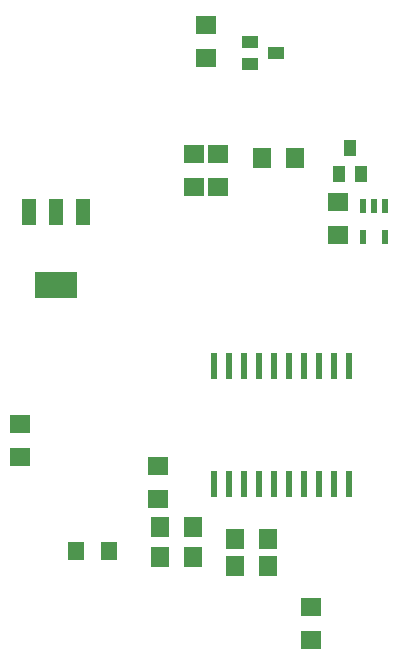
<source format=gtp>
G75*
%MOIN*%
%OFA0B0*%
%FSLAX24Y24*%
%IPPOS*%
%LPD*%
%AMOC8*
5,1,8,0,0,1.08239X$1,22.5*
%
%ADD10R,0.0551X0.0630*%
%ADD11R,0.0394X0.0551*%
%ADD12R,0.0551X0.0394*%
%ADD13R,0.0709X0.0630*%
%ADD14R,0.0630X0.0709*%
%ADD15R,0.0480X0.0880*%
%ADD16R,0.1417X0.0866*%
%ADD17R,0.0217X0.0472*%
%ADD18R,0.0236X0.0866*%
D10*
X002829Y004400D03*
X003931Y004400D03*
D11*
X011606Y016967D03*
X011980Y017833D03*
X012354Y016967D03*
D12*
X009513Y021000D03*
X008647Y020626D03*
X008647Y021374D03*
D13*
X007180Y020849D03*
X007180Y021951D03*
X006780Y017651D03*
X006780Y016549D03*
X007580Y016549D03*
X007580Y017651D03*
X011580Y016051D03*
X011580Y014949D03*
X005580Y007251D03*
X005580Y006149D03*
X000980Y007549D03*
X000980Y008651D03*
X010680Y002551D03*
X010680Y001449D03*
D14*
X009231Y003900D03*
X009231Y004800D03*
X008129Y004800D03*
X008129Y003900D03*
X006731Y004200D03*
X006731Y005200D03*
X005629Y005200D03*
X005629Y004200D03*
X009029Y017500D03*
X010131Y017500D03*
D15*
X003090Y015720D03*
X002180Y015720D03*
X001270Y015720D03*
D16*
X002180Y013280D03*
D17*
X012406Y014888D03*
X012406Y015912D03*
X012780Y015912D03*
X013154Y015912D03*
X013154Y014888D03*
D18*
X011930Y010569D03*
X011430Y010569D03*
X010930Y010569D03*
X010430Y010569D03*
X009930Y010569D03*
X009430Y010569D03*
X008930Y010569D03*
X008430Y010569D03*
X007930Y010569D03*
X007430Y010569D03*
X007430Y006631D03*
X007930Y006631D03*
X008430Y006631D03*
X008930Y006631D03*
X009430Y006631D03*
X009930Y006631D03*
X010430Y006631D03*
X010930Y006631D03*
X011430Y006631D03*
X011930Y006631D03*
M02*

</source>
